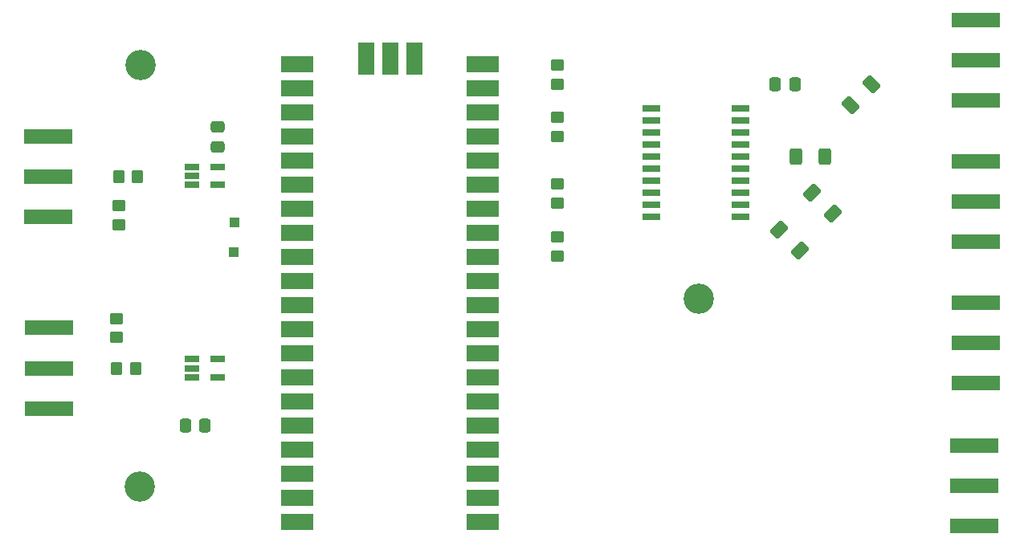
<source format=gbr>
%TF.GenerationSoftware,KiCad,Pcbnew,(6.0.7)*%
%TF.CreationDate,2022-09-28T11:50:51-04:00*%
%TF.ProjectId,PrawnBlaster_Connectorized,50726177-6e42-46c6-9173-7465725f436f,rev?*%
%TF.SameCoordinates,Original*%
%TF.FileFunction,Soldermask,Top*%
%TF.FilePolarity,Negative*%
%FSLAX46Y46*%
G04 Gerber Fmt 4.6, Leading zero omitted, Abs format (unit mm)*
G04 Created by KiCad (PCBNEW (6.0.7)) date 2022-09-28 11:50:51*
%MOMM*%
%LPD*%
G01*
G04 APERTURE LIST*
G04 Aperture macros list*
%AMRoundRect*
0 Rectangle with rounded corners*
0 $1 Rounding radius*
0 $2 $3 $4 $5 $6 $7 $8 $9 X,Y pos of 4 corners*
0 Add a 4 corners polygon primitive as box body*
4,1,4,$2,$3,$4,$5,$6,$7,$8,$9,$2,$3,0*
0 Add four circle primitives for the rounded corners*
1,1,$1+$1,$2,$3*
1,1,$1+$1,$4,$5*
1,1,$1+$1,$6,$7*
1,1,$1+$1,$8,$9*
0 Add four rect primitives between the rounded corners*
20,1,$1+$1,$2,$3,$4,$5,0*
20,1,$1+$1,$4,$5,$6,$7,0*
20,1,$1+$1,$6,$7,$8,$9,0*
20,1,$1+$1,$8,$9,$2,$3,0*%
G04 Aperture macros list end*
%ADD10C,3.200000*%
%ADD11R,5.080000X1.500000*%
%ADD12RoundRect,0.250000X-0.450000X0.350000X-0.450000X-0.350000X0.450000X-0.350000X0.450000X0.350000X0*%
%ADD13RoundRect,0.250000X0.337500X0.475000X-0.337500X0.475000X-0.337500X-0.475000X0.337500X-0.475000X0*%
%ADD14R,1.560000X0.650000*%
%ADD15R,3.500000X1.700000*%
%ADD16R,1.700000X3.500000*%
%ADD17RoundRect,0.250000X-0.159099X0.724784X-0.724784X0.159099X0.159099X-0.724784X0.724784X-0.159099X0*%
%ADD18RoundRect,0.250000X-0.350000X-0.450000X0.350000X-0.450000X0.350000X0.450000X-0.350000X0.450000X0*%
%ADD19RoundRect,0.250000X0.450000X-0.350000X0.450000X0.350000X-0.450000X0.350000X-0.450000X-0.350000X0*%
%ADD20RoundRect,0.250000X0.400000X0.625000X-0.400000X0.625000X-0.400000X-0.625000X0.400000X-0.625000X0*%
%ADD21R,1.000000X1.000000*%
%ADD22RoundRect,0.250000X0.724784X0.159099X0.159099X0.724784X-0.724784X-0.159099X-0.159099X-0.724784X0*%
%ADD23RoundRect,0.250000X0.475000X-0.337500X0.475000X0.337500X-0.475000X0.337500X-0.475000X-0.337500X0*%
%ADD24R,1.950000X0.700000*%
G04 APERTURE END LIST*
D10*
%TO.C,REF\u002A\u002A*%
X94440000Y-108510000D03*
%TD*%
%TO.C,REF\u002A\u002A*%
X94480000Y-64010000D03*
%TD*%
%TO.C,REF\u002A\u002A*%
X153310000Y-88710000D03*
%TD*%
D11*
%TO.C,J6*%
X182397500Y-108375000D03*
X182397500Y-104125000D03*
X182397500Y-112625000D03*
%TD*%
D12*
%TO.C,R8*%
X91963750Y-90753000D03*
X91963750Y-92753000D03*
%TD*%
D13*
%TO.C,C3*%
X163467500Y-66055000D03*
X161392500Y-66055000D03*
%TD*%
D14*
%TO.C,U3*%
X99930000Y-95055000D03*
X99930000Y-96005000D03*
X99930000Y-96955000D03*
X102630000Y-96955000D03*
X102630000Y-95055000D03*
%TD*%
D15*
%TO.C,U2*%
X130585000Y-112245000D03*
X130585000Y-109705000D03*
X130585000Y-107165000D03*
X130585000Y-104625000D03*
X130585000Y-102085000D03*
X130585000Y-99545000D03*
X130585000Y-97005000D03*
X130585000Y-94465000D03*
X130585000Y-91925000D03*
X130585000Y-89385000D03*
X130585000Y-86845000D03*
X130585000Y-84305000D03*
X130585000Y-81765000D03*
X130585000Y-79225000D03*
X130585000Y-76685000D03*
X130585000Y-74145000D03*
X130585000Y-71605000D03*
X130585000Y-69065000D03*
X130585000Y-66525000D03*
X130585000Y-63985000D03*
X111005000Y-63985000D03*
X111005000Y-66525000D03*
X111005000Y-69065000D03*
X111005000Y-71605000D03*
X111005000Y-74145000D03*
X111005000Y-76685000D03*
X111005000Y-79225000D03*
X111005000Y-81765000D03*
X111005000Y-84305000D03*
X111005000Y-86845000D03*
X111005000Y-89385000D03*
X111005000Y-91925000D03*
X111005000Y-94465000D03*
X111005000Y-97005000D03*
X111005000Y-99545000D03*
X111005000Y-102085000D03*
X111005000Y-104625000D03*
X111005000Y-107165000D03*
X111005000Y-109705000D03*
X111005000Y-112245000D03*
D16*
X123335000Y-63315000D03*
X120795000Y-63315000D03*
X118255000Y-63315000D03*
%TD*%
D17*
%TO.C,R10*%
X171546016Y-66088984D03*
X169353984Y-68281016D03*
%TD*%
D14*
%TO.C,U1*%
X99920000Y-74775000D03*
X99920000Y-75725000D03*
X99920000Y-76675000D03*
X102620000Y-76675000D03*
X102620000Y-74775000D03*
%TD*%
D11*
%TO.C,J2*%
X84823200Y-96003000D03*
X84823200Y-100253000D03*
X84823200Y-91753000D03*
%TD*%
D18*
%TO.C,R7*%
X91953750Y-96003000D03*
X93953750Y-96003000D03*
%TD*%
D12*
%TO.C,R3*%
X138430000Y-64055000D03*
X138430000Y-66055000D03*
%TD*%
D19*
%TO.C,R5*%
X138430000Y-78555000D03*
X138430000Y-76555000D03*
%TD*%
D11*
%TO.C,J5*%
X182517500Y-78425000D03*
X182517500Y-82675000D03*
X182517500Y-74175000D03*
%TD*%
D20*
%TO.C,R11*%
X166650000Y-73660000D03*
X163550000Y-73660000D03*
%TD*%
D11*
%TO.C,J3*%
X182517500Y-63505000D03*
X182517500Y-67755000D03*
X182517500Y-59255000D03*
%TD*%
D13*
%TO.C,C2*%
X101297500Y-102015000D03*
X99222500Y-102015000D03*
%TD*%
D11*
%TO.C,J1*%
X84792500Y-75805000D03*
X84792500Y-71555000D03*
X84792500Y-80055000D03*
%TD*%
D12*
%TO.C,R4*%
X138430000Y-82185000D03*
X138430000Y-84185000D03*
%TD*%
D21*
%TO.C,TP1*%
X104370000Y-80630000D03*
%TD*%
D19*
%TO.C,R6*%
X138430000Y-71555000D03*
X138430000Y-69555000D03*
%TD*%
D22*
%TO.C,R12*%
X164006016Y-83621016D03*
X161813984Y-81428984D03*
%TD*%
D21*
%TO.C,TP2*%
X104320000Y-83720000D03*
%TD*%
D22*
%TO.C,R9*%
X167496016Y-79661016D03*
X165303984Y-77468984D03*
%TD*%
D11*
%TO.C,J4*%
X182567500Y-93345000D03*
X182567500Y-89095000D03*
X182567500Y-97595000D03*
%TD*%
D18*
%TO.C,R1*%
X92180000Y-75805000D03*
X94180000Y-75805000D03*
%TD*%
D19*
%TO.C,R2*%
X92180000Y-80875000D03*
X92180000Y-78875000D03*
%TD*%
D23*
%TO.C,C1*%
X102610000Y-72632500D03*
X102610000Y-70557500D03*
%TD*%
D24*
%TO.C,IC1*%
X148310000Y-68580000D03*
X148310000Y-69850000D03*
X148310000Y-71120000D03*
X148310000Y-72390000D03*
X148310000Y-73660000D03*
X148310000Y-74930000D03*
X148310000Y-76200000D03*
X148310000Y-77470000D03*
X148310000Y-78740000D03*
X148310000Y-80010000D03*
X157760000Y-80010000D03*
X157760000Y-78740000D03*
X157760000Y-77470000D03*
X157760000Y-76200000D03*
X157760000Y-74930000D03*
X157760000Y-73660000D03*
X157760000Y-72390000D03*
X157760000Y-71120000D03*
X157760000Y-69850000D03*
X157760000Y-68580000D03*
%TD*%
M02*

</source>
